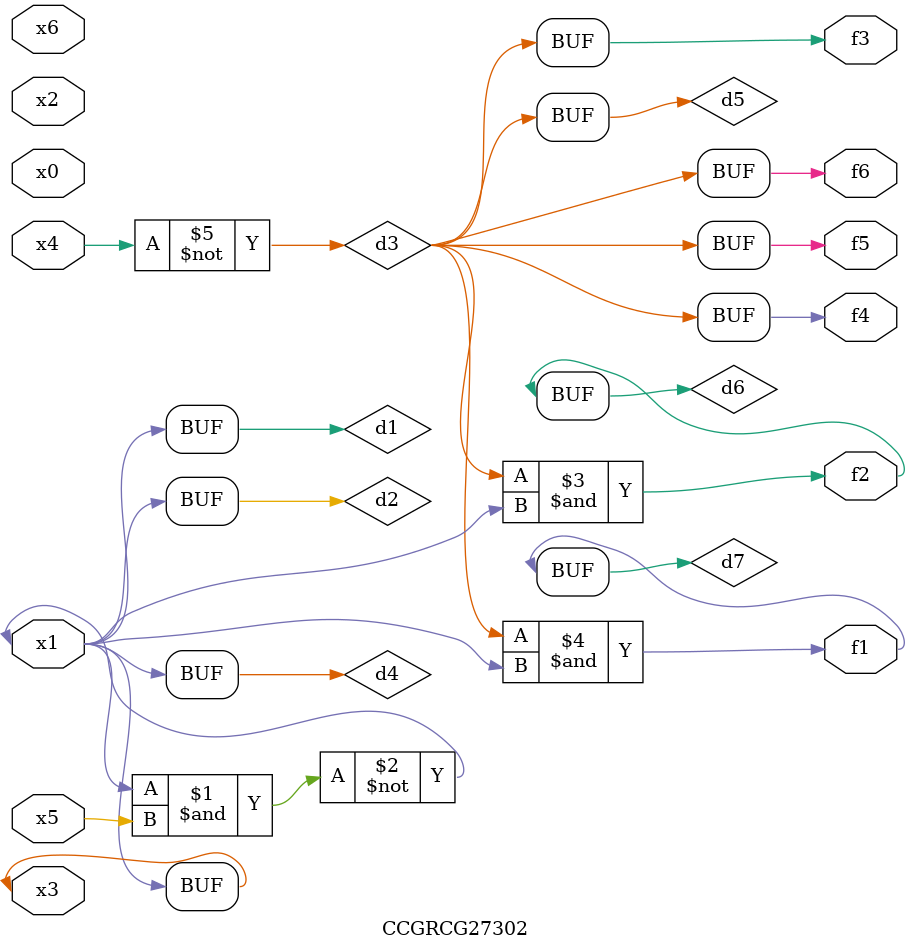
<source format=v>
module CCGRCG27302(
	input x0, x1, x2, x3, x4, x5, x6,
	output f1, f2, f3, f4, f5, f6
);

	wire d1, d2, d3, d4, d5, d6, d7;

	buf (d1, x1, x3);
	nand (d2, x1, x5);
	not (d3, x4);
	buf (d4, d1, d2);
	buf (d5, d3);
	and (d6, d3, d4);
	and (d7, d3, d4);
	assign f1 = d7;
	assign f2 = d6;
	assign f3 = d5;
	assign f4 = d5;
	assign f5 = d5;
	assign f6 = d5;
endmodule

</source>
